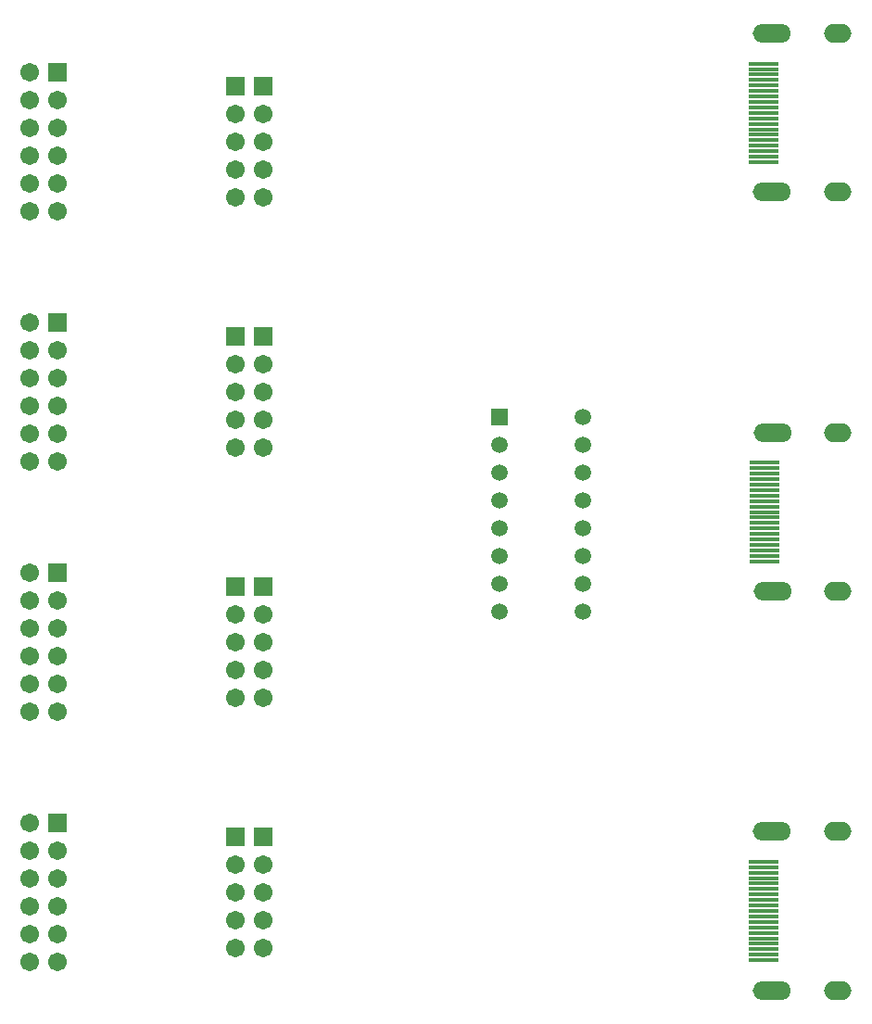
<source format=gts>
G04*
G04 #@! TF.GenerationSoftware,Altium Limited,Altium Designer,20.1.12 (249)*
G04*
G04 Layer_Color=8388736*
%FSLAX25Y25*%
%MOIN*%
G70*
G04*
G04 #@! TF.SameCoordinates,19FB753C-3B76-4D90-9414-1966AEB0D9B2*
G04*
G04*
G04 #@! TF.FilePolarity,Negative*
G04*
G01*
G75*
%ADD13R,0.10630X0.01575*%
%ADD14C,0.06706*%
%ADD15R,0.06706X0.06706*%
%ADD16R,0.06706X0.06706*%
%ADD17R,0.05918X0.05918*%
%ADD18C,0.05918*%
%ADD19O,0.09855X0.06706*%
%ADD20O,0.13792X0.06706*%
D13*
X453500Y129685D02*
D03*
Y127717D02*
D03*
Y125748D02*
D03*
Y123779D02*
D03*
Y121811D02*
D03*
Y119843D02*
D03*
Y117874D02*
D03*
Y115905D02*
D03*
Y113937D02*
D03*
Y111969D02*
D03*
Y110000D02*
D03*
Y108031D02*
D03*
Y106063D02*
D03*
Y104095D02*
D03*
Y102126D02*
D03*
Y100157D02*
D03*
Y98189D02*
D03*
Y96220D02*
D03*
Y94252D02*
D03*
X453543Y273173D02*
D03*
Y271205D02*
D03*
Y269236D02*
D03*
Y267268D02*
D03*
Y265299D02*
D03*
Y263331D02*
D03*
Y261362D02*
D03*
Y259394D02*
D03*
Y257425D02*
D03*
Y255457D02*
D03*
Y253488D02*
D03*
Y251520D02*
D03*
Y249551D02*
D03*
Y247583D02*
D03*
Y245614D02*
D03*
Y243646D02*
D03*
Y241677D02*
D03*
Y239709D02*
D03*
Y237740D02*
D03*
X453500Y416748D02*
D03*
Y414780D02*
D03*
Y412811D02*
D03*
Y410843D02*
D03*
Y408874D02*
D03*
Y406906D02*
D03*
Y404937D02*
D03*
Y402969D02*
D03*
Y401000D02*
D03*
Y399031D02*
D03*
Y397063D02*
D03*
Y395094D02*
D03*
Y393126D02*
D03*
Y391158D02*
D03*
Y389189D02*
D03*
Y387221D02*
D03*
Y385252D02*
D03*
Y383283D02*
D03*
Y381315D02*
D03*
D14*
X263500Y288500D02*
D03*
Y298500D02*
D03*
Y308500D02*
D03*
Y278500D02*
D03*
X273500D02*
D03*
Y308500D02*
D03*
Y298500D02*
D03*
Y288500D02*
D03*
X189500Y93500D02*
D03*
X199500D02*
D03*
X189500Y103500D02*
D03*
X199500D02*
D03*
X189500Y113500D02*
D03*
X199500D02*
D03*
X189500Y123500D02*
D03*
X199500D02*
D03*
X189500Y133500D02*
D03*
X199500D02*
D03*
X189500Y143500D02*
D03*
Y183500D02*
D03*
X199500D02*
D03*
X189500Y193500D02*
D03*
X199500D02*
D03*
X189500Y203500D02*
D03*
X199500D02*
D03*
X189500Y213500D02*
D03*
X199500D02*
D03*
X189500Y223500D02*
D03*
X199500D02*
D03*
X189500Y233500D02*
D03*
Y273500D02*
D03*
X199500D02*
D03*
X189500Y283500D02*
D03*
X199500D02*
D03*
X189500Y293500D02*
D03*
X199500D02*
D03*
X189500Y303500D02*
D03*
X199500D02*
D03*
X189500Y313500D02*
D03*
X199500D02*
D03*
X189500Y323500D02*
D03*
Y363500D02*
D03*
X199500D02*
D03*
X189500Y373500D02*
D03*
X199500D02*
D03*
X189500Y383500D02*
D03*
X199500D02*
D03*
X189500Y393500D02*
D03*
X199500D02*
D03*
X189500Y403500D02*
D03*
X199500D02*
D03*
X189500Y413500D02*
D03*
X263500Y108500D02*
D03*
Y118500D02*
D03*
Y128500D02*
D03*
Y98500D02*
D03*
X273500D02*
D03*
Y128500D02*
D03*
Y118500D02*
D03*
Y108500D02*
D03*
X263500Y198500D02*
D03*
Y208500D02*
D03*
Y218500D02*
D03*
Y188500D02*
D03*
X273500D02*
D03*
Y218500D02*
D03*
Y208500D02*
D03*
Y198500D02*
D03*
X263500Y378500D02*
D03*
Y388500D02*
D03*
Y398500D02*
D03*
Y368500D02*
D03*
X273500D02*
D03*
Y398500D02*
D03*
Y388500D02*
D03*
Y378500D02*
D03*
D15*
X263500Y318500D02*
D03*
X273500D02*
D03*
X263500Y138500D02*
D03*
X273500D02*
D03*
X263500Y228500D02*
D03*
X273500D02*
D03*
X263500Y408500D02*
D03*
X273500D02*
D03*
D16*
X199500Y143500D02*
D03*
Y233500D02*
D03*
Y323500D02*
D03*
Y413500D02*
D03*
D17*
X358500Y289500D02*
D03*
D18*
Y279500D02*
D03*
Y269500D02*
D03*
Y259500D02*
D03*
Y249500D02*
D03*
Y239500D02*
D03*
Y229500D02*
D03*
Y219500D02*
D03*
X388500Y289500D02*
D03*
Y279500D02*
D03*
Y269500D02*
D03*
Y259500D02*
D03*
Y249500D02*
D03*
Y239500D02*
D03*
Y229500D02*
D03*
Y219500D02*
D03*
D19*
X479957Y83425D02*
D03*
Y140512D02*
D03*
X480000Y226913D02*
D03*
Y284000D02*
D03*
X479957Y370488D02*
D03*
Y427575D02*
D03*
D20*
X456492Y83425D02*
D03*
Y140512D02*
D03*
X456535Y226913D02*
D03*
Y284000D02*
D03*
X456492Y370488D02*
D03*
Y427575D02*
D03*
M02*

</source>
